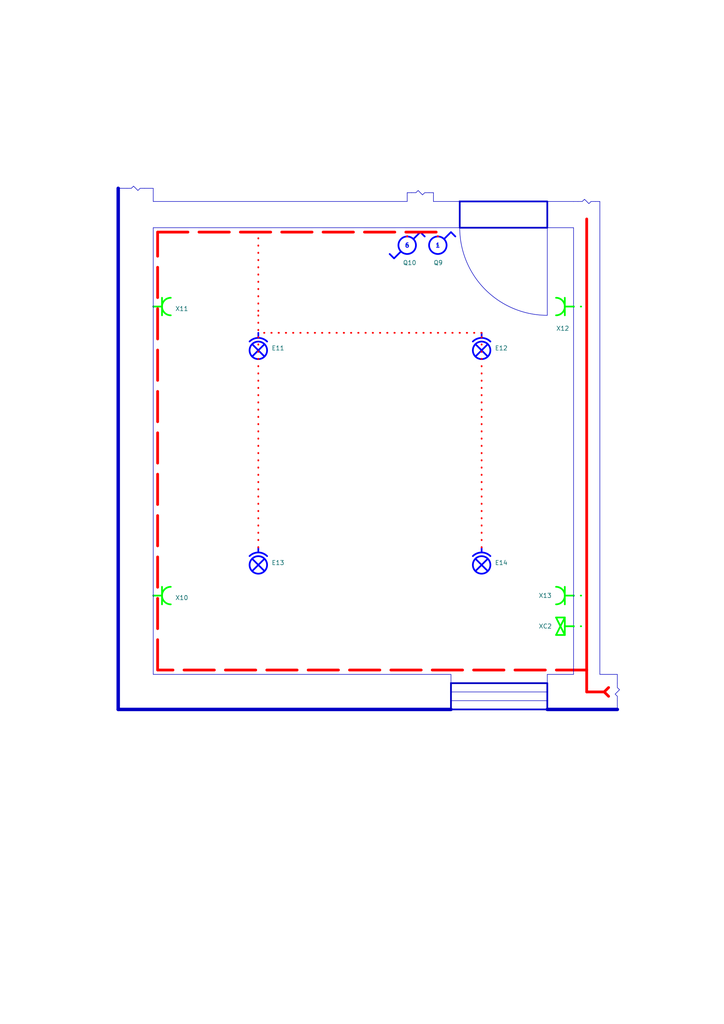
<source format=kicad_sch>
(kicad_sch (version 20230121) (generator eeschema)
  (paper "A4" portrait)
  (title_block (title "Projekt elektroinštalácie rodinného domu") (date "2024-05-09") (rev "1") (comment 4 "001-24") (comment 5 "Konanie stavby: 96901 Banská Štiavnica, Belianska 1770/15"))
  (lib_symbols
    (symbol "Wiring:Break" (in_bom no)
      (symbol "Break_0_1"
        (polyline (pts (xy -2.54 0) (xy -1.27 0) (xy -0.635 0.635) (xy 0.635 -0.635) (xy 1.27 0) (xy 2.54 0)) (stroke (width 0) (color 0 0 194 1)))
      )
    )
    (symbol "Wiring:Bulb_ceiling"
      (property "Reference" "E" (at 0 1.905 0))
      (symbol "Bulb_ceiling_0_1"
        (circle (center 0 -5.08) (radius 2.54) (stroke (width 0.5) (color 0 0 255 1)))
        (polyline (pts (xy 0 0) (xy 0 -1.27)) (stroke (width 0.5) (color 0 0 255 1)))
        (polyline (pts (xy 0 -5.08) (xy 1.778 -6.858) (xy -1.778 -3.302)) (stroke (width 0.5) (color 0 0 255 1)))
        (polyline (pts (xy 0 -5.08) (xy 1.778 -3.302) (xy -1.778 -6.858)) (stroke (width 0.5) (color 0 0 255 1)))
        (arc (start 2.5464 -2.524) (mid 0.0055 -1.4721) (end -2.5386 -2.5162) (stroke (width 0.5) (color 0 0 255 1)))
      )
    )
    (symbol "Wiring:Data_outlet"
      (property "Reference" "XC" (at 5.08 -2.54 90))
      (symbol "Data_outlet_0_1"
        (polyline (pts (xy -2.54 -5.08) (xy 2.54 -2.54)) (stroke (width 0.5) (color 0 255 0 1)))
        (polyline (pts (xy -2.54 -2.54) (xy -2.54 -5.08)) (stroke (width 0.5) (color 0 255 0 1)))
        (polyline (pts (xy -2.54 -2.54) (xy 2.54 -5.08)) (stroke (width 0.5) (color 0 255 0 1)))
        (polyline (pts (xy 2.54 -2.54) (xy 2.54 -5.08)) (stroke (width 0.5) (color 0 255 0 1)))
        (polyline (pts (xy 0.0002 -0.0002) (xy 0.0002 -2.5402) (xy 0.0002 -1.2702)) (stroke (width 0.5) (color 0 255 0 1)))
        (polyline (pts (xy 0.0002 -2.5402) (xy 2.5402 -2.5402) (xy -2.5398 -2.5402) (xy -1.2698 -2.5402)) (stroke (width 0.5) (color 0 255 0 1)))
      )
    )
    (symbol "Wiring:In/out" (in_bom no)
      (symbol "In/out_0_1"
        (polyline (pts (xy 0 0) (xy 1.27 -1.27) (xy 0 0) (xy 1.27 1.27)) (stroke (width 0.8) (color 255 0 0 1)))
      )
    )
    (symbol "Wiring:Outlet"
      (property "Reference" "X" (at 5.08 -3.81 90))
      (symbol "Outlet_0_1"
        (arc (start 0 -2.54) (mid -1.7961 -3.2839) (end -2.54 -5.08) (stroke (width 0.5) (color 0 255 0 1)))
        (polyline (pts (xy 0 0) (xy 0 -2.54) (xy 0 -1.27)) (stroke (width 0.5) (color 0 255 0 1)))
        (polyline (pts (xy 0 -2.54) (xy 2.54 -2.54) (xy -2.54 -2.54) (xy -1.27 -2.54)) (stroke (width 0.5) (color 0 255 0 1)))
        (arc (start 2.54 -5.08) (mid 1.7961 -3.2839) (end 0 -2.54) (stroke (width 0.5) (color 0 255 0 1)))
      )
    )
    (symbol "Wiring:Switch_1"
      (property "Reference" "Q" (at 0 7.62 0))
      (symbol "Switch_1_0_1"
        (polyline (pts (xy 1.905 1.905) (xy 3.175 3.175) (xy 3.81 3.81) (xy 5.08 2.54)) (stroke (width 0.5) (color 0 0 255 1)))
        (circle (center 0 0) (radius 2.54) (stroke (width 0.5) (color 0 0 255 1)))
        (text "1" (at 0 0 0) (effects (font (size 1.27 1.27) bold)))
      )
    )
    (symbol "Wiring:Switch_6"
      (property "Reference" "Q" (at 0 4.826 0))
      (symbol "Switch_6_0_1"
        (polyline (pts (xy -1.905 -1.905) (xy -3.175 -3.175) (xy -3.81 -3.81) (xy -5.08 -2.54)) (stroke (width 0.5) (color 0 0 255 1)))
        (polyline (pts (xy 1.905 1.905) (xy 3.175 3.175) (xy 3.81 3.81) (xy 5.08 2.54)) (stroke (width 0.5) (color 0 0 255 1)))
        (circle (center 0 0) (radius 2.54) (stroke (width 0.5) (color 0 0 255 1)))
        (text "6" (at 0 0 0) (effects (font (size 1.27 1.27) bold)))
      )
    )
  )
  (polyline (pts (xy 158.75 203.2) (xy 130.81 203.2)))
  (polyline (pts (xy 158.75 91.44) (xy 158.75 66.04)))
  (polyline (pts (xy 170.18 194.31) (xy 45.72 194.31)) (stroke (width 0.8) (type dash) (color 255 0 0 1)))
  (polyline (pts (xy 166.37 88.9) (xy 170.18 88.9)) (stroke (width 0.5) (type dot) (color 0 255 0 1)))
  (polyline (pts (xy 130.81 195.58) (xy 130.81 198.12)))
  (polyline (pts (xy 158.75 195.58) (xy 158.75 198.12)))
  (polyline (pts (xy 170.18 200.66) (xy 170.18 63.5)) (stroke (width 0.8) (type solid) (color 255 0 0 1)))
  (polyline (pts (xy 124.46 55.88) (xy 125.73 55.88)))
  (polyline (pts (xy 166.37 66.04) (xy 166.37 195.58)))
  (polyline (pts (xy 179.07 195.58) (xy 179.07 198.12)))
  (polyline (pts (xy 179.07 195.58) (xy 173.99 195.58)))
  (polyline (pts (xy 118.11 55.88) (xy 118.11 58.42)))
  (polyline (pts (xy 44.45 54.61) (xy 44.45 58.42)))
  (polyline (pts (xy 158.75 58.42) (xy 166.37 58.42)))
  (polyline (pts (xy 133.35 58.42) (xy 125.73 58.42)))
  (polyline (pts (xy 139.7 96.52) (xy 74.93 96.52)) (stroke (width 0.5) (type dot) (color 255 0 0 1)))
  (polyline (pts (xy 172.72 58.42) (xy 173.99 58.42)))
  (polyline (pts (xy 166.37 181.61) (xy 170.18 181.61)) (stroke (width 0.5) (type dot) (color 0 255 0 1)))
  (polyline (pts (xy 139.7 158.75) (xy 139.7 96.52)) (stroke (width 0.5) (type dot) (color 255 0 0 1)))
  (polyline (pts (xy 158.75 66.04) (xy 158.75 58.42)))
  (polyline (pts (xy 166.37 195.58) (xy 158.75 195.58)))
  (polyline (pts (xy 179.07 203.2) (xy 179.07 205.74)))
  (polyline (pts (xy 45.72 67.31) (xy 129.54 67.31)) (stroke (width 0.8) (type dash) (color 255 0 0 1)))
  (polyline (pts (xy 125.73 55.88) (xy 125.73 58.42)))
  (polyline (pts (xy 118.11 55.88) (xy 119.38 55.88)))
  (polyline (pts (xy 44.45 195.58) (xy 130.81 195.58)))
  (polyline (pts (xy 127 68.58) (xy 127 67.31)) (stroke (width 0.5) (type dot) (color 255 0 0 1)))
  (polyline (pts (xy 34.29 54.61) (xy 34.29 205.74)) (stroke (width 1)))
  (polyline (pts (xy 34.29 205.74) (xy 130.81 205.74)) (stroke (width 1)))
  (polyline (pts (xy 45.72 194.31) (xy 45.72 67.31)) (stroke (width 0.8) (type dash) (color 255 0 0 1)))
  (polyline (pts (xy 170.18 200.66) (xy 175.26 200.66)) (stroke (width 0.8) (type solid) (color 255 0 0 1)))
  (polyline (pts (xy 118.11 58.42) (xy 44.45 58.42)))
  (polyline (pts (xy 74.93 158.75) (xy 74.93 90.17)) (stroke (width 0.5) (type dot) (color 255 0 0 1)))
  (polyline (pts (xy 166.37 172.72) (xy 170.18 172.72)) (stroke (width 0.5) (type dot) (color 0 255 0 1)))
  (polyline (pts (xy 74.93 90.17) (xy 74.93 67.31)) (stroke (width 0.5) (type dot) (color 255 0 0 1)))
  (polyline (pts (xy 118.11 68.58) (xy 118.11 67.31)) (stroke (width 0.5) (type dot) (color 255 0 0 1)))
  (polyline (pts (xy 44.45 66.04) (xy 133.35 66.04)))
  (polyline (pts (xy 173.99 195.58) (xy 173.99 58.42)))
  (polyline (pts (xy 44.45 66.04) (xy 44.45 195.58)))
  (polyline (pts (xy 158.75 205.74) (xy 179.07 205.74)) (stroke (width 1)))
  (polyline (pts (xy 41.91 54.61) (xy 44.45 54.61)))
  (polyline (pts (xy 158.75 200.66) (xy 130.81 200.66)))
  (polyline (pts (xy 166.37 58.42) (xy 167.64 58.42)))
  (polyline (pts (xy 34.29 54.61) (xy 36.83 54.61)))
  (polyline (pts (xy 166.37 66.04) (xy 158.75 66.04)))
  (rectangle (start 158.75 58.42) (end 133.35 66.04) (stroke (width 0.5)))
  (arc (start 158.75 91.44) (mid 140.7895 84.0005) (end 133.35 66.04))
  (rectangle (start 130.81 198.12) (end 158.75 205.74) (stroke (width 0.5)))
  (symbol (lib_id "Wiring:Break") (at 39.37 54.61 0) (unit 1) (in_bom no)
    (property "Reference" "~20" (effects hide))
  )
  (symbol (lib_id "Wiring:Data_outlet") (at 166.37 181.61 270) (unit 1)
    (property "Reference" "XC2" (at 156.21 181.61 90) (effects (justify left)))
    (property "Value" "~" (at 166.37 181.61 0))
  )
  (symbol (lib_id "Wiring:Switch_1") (at 127 71.12 0) (unit 1)
    (property "Reference" "Q9" (at 125.73 76.2 0) (effects (justify left)))
    (property "Value" "~" (at 127 71.12 0))
  )
  (symbol (lib_id "Wiring:In/out") (at 175.26 200.66 0) (unit 1) (in_bom no)
    (property "Reference" "~17" (effects hide))
    (property "Value" "In/out" (effects hide))
  )
  (symbol (lib_id "Wiring:Break") (at 121.92 55.88 0) (unit 1) (in_bom no)
    (property "Reference" "~21" (effects hide))
  )
  (symbol (lib_id "Wiring:Break") (at 179.07 200.66 90) (unit 1) (in_bom no)
    (property "Reference" "~18" (effects hide))
  )
  (symbol (lib_id "Wiring:Switch_6") (at 118.11 71.12 0) (unit 1)
    (property "Reference" "Q10" (at 116.84 76.2 0) (effects (justify left)))
    (property "Value" "~" (at 118.11 71.12 0))
  )
  (symbol (lib_id "Wiring:Outlet") (at 166.37 172.72 270) (unit 1)
    (property "Reference" "X13" (at 156.21 172.72 90) (effects (justify left)))
    (property "Value" "~" (at 166.37 172.72 0))
  )
  (symbol (lib_id "Wiring:Bulb_ceiling") (at 74.93 158.75 0) (unit 1)
    (property "Reference" "E13" (at 78.74 163.195 0) (effects (justify left)))
  )
  (symbol (lib_id "Wiring:Outlet") (at 166.37 88.9 270) (unit 1)
    (property "Reference" "X12" (at 161.29 95.25 90) (effects (justify left)))
    (property "Value" "~" (at 166.37 88.9 0))
  )
  (symbol (lib_id "Wiring:Bulb_ceiling") (at 74.93 96.52 0) (unit 1)
    (property "Reference" "E11" (at 78.74 100.965 0) (effects (justify left)))
  )
  (symbol (lib_id "Wiring:Bulb_ceiling") (at 139.7 158.75 0) (unit 1)
    (property "Reference" "E14" (at 143.51 163.195 0) (effects (justify left)))
  )
  (symbol (lib_id "Wiring:Bulb_ceiling") (at 139.7 96.52 0) (unit 1)
    (property "Reference" "E12" (at 143.51 100.965 0) (effects (justify left)))
  )
  (symbol (lib_id "Wiring:Outlet") (at 44.45 88.9 90) (unit 1)
    (property "Reference" "X11" (at 50.8 89.535 90) (effects (justify right)))
    (property "Value" "~" (at 44.45 88.9 0))
  )
  (symbol (lib_id "Wiring:Outlet") (at 44.45 172.72 90) (unit 1)
    (property "Reference" "X10" (at 50.8 173.355 90) (effects (justify right)))
    (property "Value" "~" (at 44.45 172.72 0))
  )
  (symbol (lib_id "Wiring:Break") (at 170.18 58.42 0) (unit 1) (in_bom no)
    (property "Reference" "~19" (effects hide))
  )
)
</source>
